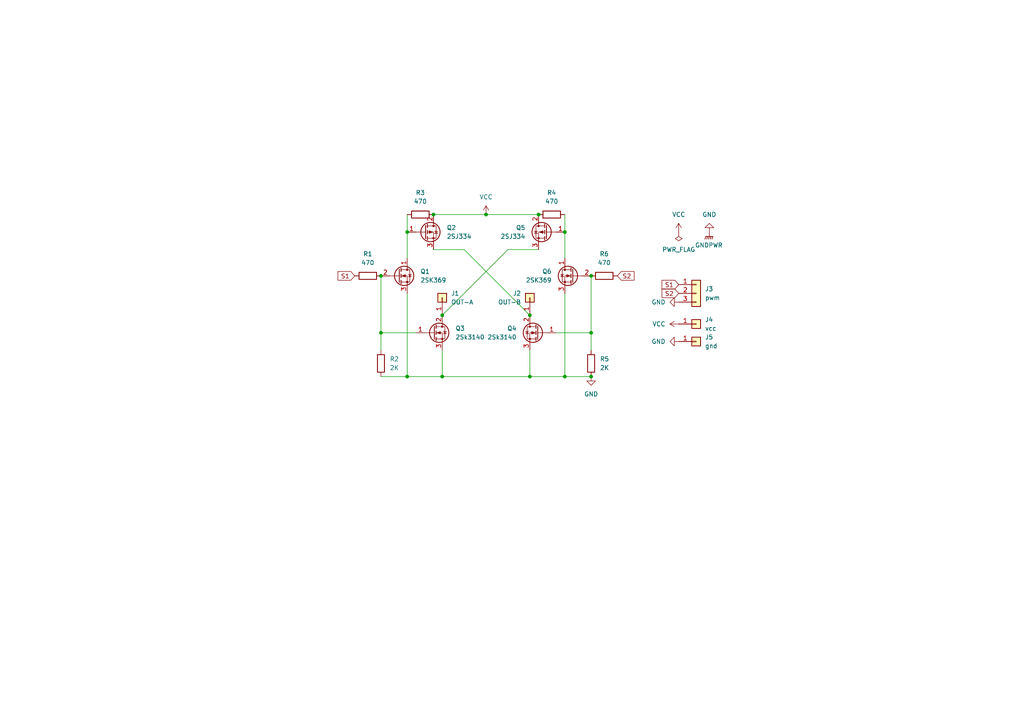
<source format=kicad_sch>
(kicad_sch (version 20230121) (generator eeschema)

  (uuid 26f38bee-0abb-43e8-b87b-f6522f909d6a)

  (paper "A4")

  (lib_symbols
    (symbol "Connector_Generic:Conn_01x01" (pin_names (offset 1.016) hide) (in_bom yes) (on_board yes)
      (property "Reference" "J" (at 0 2.54 0)
        (effects (font (size 1.27 1.27)))
      )
      (property "Value" "Conn_01x01" (at 0 -2.54 0)
        (effects (font (size 1.27 1.27)))
      )
      (property "Footprint" "" (at 0 0 0)
        (effects (font (size 1.27 1.27)) hide)
      )
      (property "Datasheet" "~" (at 0 0 0)
        (effects (font (size 1.27 1.27)) hide)
      )
      (property "ki_keywords" "connector" (at 0 0 0)
        (effects (font (size 1.27 1.27)) hide)
      )
      (property "ki_description" "Generic connector, single row, 01x01, script generated (kicad-library-utils/schlib/autogen/connector/)" (at 0 0 0)
        (effects (font (size 1.27 1.27)) hide)
      )
      (property "ki_fp_filters" "Connector*:*_1x??_*" (at 0 0 0)
        (effects (font (size 1.27 1.27)) hide)
      )
      (symbol "Conn_01x01_1_1"
        (rectangle (start -1.27 0.127) (end 0 -0.127)
          (stroke (width 0.1524) (type default))
          (fill (type none))
        )
        (rectangle (start -1.27 1.27) (end 1.27 -1.27)
          (stroke (width 0.254) (type default))
          (fill (type background))
        )
        (pin passive line (at -5.08 0 0) (length 3.81)
          (name "Pin_1" (effects (font (size 1.27 1.27))))
          (number "1" (effects (font (size 1.27 1.27))))
        )
      )
    )
    (symbol "Connector_Generic:Conn_01x03" (pin_names (offset 1.016) hide) (in_bom yes) (on_board yes)
      (property "Reference" "J" (at 0 5.08 0)
        (effects (font (size 1.27 1.27)))
      )
      (property "Value" "Conn_01x03" (at 0 -5.08 0)
        (effects (font (size 1.27 1.27)))
      )
      (property "Footprint" "" (at 0 0 0)
        (effects (font (size 1.27 1.27)) hide)
      )
      (property "Datasheet" "~" (at 0 0 0)
        (effects (font (size 1.27 1.27)) hide)
      )
      (property "ki_keywords" "connector" (at 0 0 0)
        (effects (font (size 1.27 1.27)) hide)
      )
      (property "ki_description" "Generic connector, single row, 01x03, script generated (kicad-library-utils/schlib/autogen/connector/)" (at 0 0 0)
        (effects (font (size 1.27 1.27)) hide)
      )
      (property "ki_fp_filters" "Connector*:*_1x??_*" (at 0 0 0)
        (effects (font (size 1.27 1.27)) hide)
      )
      (symbol "Conn_01x03_1_1"
        (rectangle (start -1.27 -2.413) (end 0 -2.667)
          (stroke (width 0.1524) (type default))
          (fill (type none))
        )
        (rectangle (start -1.27 0.127) (end 0 -0.127)
          (stroke (width 0.1524) (type default))
          (fill (type none))
        )
        (rectangle (start -1.27 2.667) (end 0 2.413)
          (stroke (width 0.1524) (type default))
          (fill (type none))
        )
        (rectangle (start -1.27 3.81) (end 1.27 -3.81)
          (stroke (width 0.254) (type default))
          (fill (type background))
        )
        (pin passive line (at -5.08 2.54 0) (length 3.81)
          (name "Pin_1" (effects (font (size 1.27 1.27))))
          (number "1" (effects (font (size 1.27 1.27))))
        )
        (pin passive line (at -5.08 0 0) (length 3.81)
          (name "Pin_2" (effects (font (size 1.27 1.27))))
          (number "2" (effects (font (size 1.27 1.27))))
        )
        (pin passive line (at -5.08 -2.54 0) (length 3.81)
          (name "Pin_3" (effects (font (size 1.27 1.27))))
          (number "3" (effects (font (size 1.27 1.27))))
        )
      )
    )
    (symbol "Device:Q_NMOS_DGS" (pin_names (offset 0) hide) (in_bom yes) (on_board yes)
      (property "Reference" "Q" (at 5.08 1.27 0)
        (effects (font (size 1.27 1.27)) (justify left))
      )
      (property "Value" "Q_NMOS_DGS" (at 5.08 -1.27 0)
        (effects (font (size 1.27 1.27)) (justify left))
      )
      (property "Footprint" "" (at 5.08 2.54 0)
        (effects (font (size 1.27 1.27)) hide)
      )
      (property "Datasheet" "~" (at 0 0 0)
        (effects (font (size 1.27 1.27)) hide)
      )
      (property "ki_keywords" "transistor NMOS N-MOS N-MOSFET" (at 0 0 0)
        (effects (font (size 1.27 1.27)) hide)
      )
      (property "ki_description" "N-MOSFET transistor, drain/gate/source" (at 0 0 0)
        (effects (font (size 1.27 1.27)) hide)
      )
      (symbol "Q_NMOS_DGS_0_1"
        (polyline
          (pts
            (xy 0.254 0)
            (xy -2.54 0)
          )
          (stroke (width 0) (type default))
          (fill (type none))
        )
        (polyline
          (pts
            (xy 0.254 1.905)
            (xy 0.254 -1.905)
          )
          (stroke (width 0.254) (type default))
          (fill (type none))
        )
        (polyline
          (pts
            (xy 0.762 -1.27)
            (xy 0.762 -2.286)
          )
          (stroke (width 0.254) (type default))
          (fill (type none))
        )
        (polyline
          (pts
            (xy 0.762 0.508)
            (xy 0.762 -0.508)
          )
          (stroke (width 0.254) (type default))
          (fill (type none))
        )
        (polyline
          (pts
            (xy 0.762 2.286)
            (xy 0.762 1.27)
          )
          (stroke (width 0.254) (type default))
          (fill (type none))
        )
        (polyline
          (pts
            (xy 2.54 2.54)
            (xy 2.54 1.778)
          )
          (stroke (width 0) (type default))
          (fill (type none))
        )
        (polyline
          (pts
            (xy 2.54 -2.54)
            (xy 2.54 0)
            (xy 0.762 0)
          )
          (stroke (width 0) (type default))
          (fill (type none))
        )
        (polyline
          (pts
            (xy 0.762 -1.778)
            (xy 3.302 -1.778)
            (xy 3.302 1.778)
            (xy 0.762 1.778)
          )
          (stroke (width 0) (type default))
          (fill (type none))
        )
        (polyline
          (pts
            (xy 1.016 0)
            (xy 2.032 0.381)
            (xy 2.032 -0.381)
            (xy 1.016 0)
          )
          (stroke (width 0) (type default))
          (fill (type outline))
        )
        (polyline
          (pts
            (xy 2.794 0.508)
            (xy 2.921 0.381)
            (xy 3.683 0.381)
            (xy 3.81 0.254)
          )
          (stroke (width 0) (type default))
          (fill (type none))
        )
        (polyline
          (pts
            (xy 3.302 0.381)
            (xy 2.921 -0.254)
            (xy 3.683 -0.254)
            (xy 3.302 0.381)
          )
          (stroke (width 0) (type default))
          (fill (type none))
        )
        (circle (center 1.651 0) (radius 2.794)
          (stroke (width 0.254) (type default))
          (fill (type none))
        )
        (circle (center 2.54 -1.778) (radius 0.254)
          (stroke (width 0) (type default))
          (fill (type outline))
        )
        (circle (center 2.54 1.778) (radius 0.254)
          (stroke (width 0) (type default))
          (fill (type outline))
        )
      )
      (symbol "Q_NMOS_DGS_1_1"
        (pin passive line (at 2.54 5.08 270) (length 2.54)
          (name "D" (effects (font (size 1.27 1.27))))
          (number "1" (effects (font (size 1.27 1.27))))
        )
        (pin input line (at -5.08 0 0) (length 2.54)
          (name "G" (effects (font (size 1.27 1.27))))
          (number "2" (effects (font (size 1.27 1.27))))
        )
        (pin passive line (at 2.54 -5.08 90) (length 2.54)
          (name "S" (effects (font (size 1.27 1.27))))
          (number "3" (effects (font (size 1.27 1.27))))
        )
      )
    )
    (symbol "Device:Q_NMOS_GDS" (pin_names (offset 0) hide) (in_bom yes) (on_board yes)
      (property "Reference" "Q" (at 5.08 1.27 0)
        (effects (font (size 1.27 1.27)) (justify left))
      )
      (property "Value" "Q_NMOS_GDS" (at 5.08 -1.27 0)
        (effects (font (size 1.27 1.27)) (justify left))
      )
      (property "Footprint" "" (at 5.08 2.54 0)
        (effects (font (size 1.27 1.27)) hide)
      )
      (property "Datasheet" "~" (at 0 0 0)
        (effects (font (size 1.27 1.27)) hide)
      )
      (property "ki_keywords" "transistor NMOS N-MOS N-MOSFET" (at 0 0 0)
        (effects (font (size 1.27 1.27)) hide)
      )
      (property "ki_description" "N-MOSFET transistor, gate/drain/source" (at 0 0 0)
        (effects (font (size 1.27 1.27)) hide)
      )
      (symbol "Q_NMOS_GDS_0_1"
        (polyline
          (pts
            (xy 0.254 0)
            (xy -2.54 0)
          )
          (stroke (width 0) (type default))
          (fill (type none))
        )
        (polyline
          (pts
            (xy 0.254 1.905)
            (xy 0.254 -1.905)
          )
          (stroke (width 0.254) (type default))
          (fill (type none))
        )
        (polyline
          (pts
            (xy 0.762 -1.27)
            (xy 0.762 -2.286)
          )
          (stroke (width 0.254) (type default))
          (fill (type none))
        )
        (polyline
          (pts
            (xy 0.762 0.508)
            (xy 0.762 -0.508)
          )
          (stroke (width 0.254) (type default))
          (fill (type none))
        )
        (polyline
          (pts
            (xy 0.762 2.286)
            (xy 0.762 1.27)
          )
          (stroke (width 0.254) (type default))
          (fill (type none))
        )
        (polyline
          (pts
            (xy 2.54 2.54)
            (xy 2.54 1.778)
          )
          (stroke (width 0) (type default))
          (fill (type none))
        )
        (polyline
          (pts
            (xy 2.54 -2.54)
            (xy 2.54 0)
            (xy 0.762 0)
          )
          (stroke (width 0) (type default))
          (fill (type none))
        )
        (polyline
          (pts
            (xy 0.762 -1.778)
            (xy 3.302 -1.778)
            (xy 3.302 1.778)
            (xy 0.762 1.778)
          )
          (stroke (width 0) (type default))
          (fill (type none))
        )
        (polyline
          (pts
            (xy 1.016 0)
            (xy 2.032 0.381)
            (xy 2.032 -0.381)
            (xy 1.016 0)
          )
          (stroke (width 0) (type default))
          (fill (type outline))
        )
        (polyline
          (pts
            (xy 2.794 0.508)
            (xy 2.921 0.381)
            (xy 3.683 0.381)
            (xy 3.81 0.254)
          )
          (stroke (width 0) (type default))
          (fill (type none))
        )
        (polyline
          (pts
            (xy 3.302 0.381)
            (xy 2.921 -0.254)
            (xy 3.683 -0.254)
            (xy 3.302 0.381)
          )
          (stroke (width 0) (type default))
          (fill (type none))
        )
        (circle (center 1.651 0) (radius 2.794)
          (stroke (width 0.254) (type default))
          (fill (type none))
        )
        (circle (center 2.54 -1.778) (radius 0.254)
          (stroke (width 0) (type default))
          (fill (type outline))
        )
        (circle (center 2.54 1.778) (radius 0.254)
          (stroke (width 0) (type default))
          (fill (type outline))
        )
      )
      (symbol "Q_NMOS_GDS_1_1"
        (pin input line (at -5.08 0 0) (length 2.54)
          (name "G" (effects (font (size 1.27 1.27))))
          (number "1" (effects (font (size 1.27 1.27))))
        )
        (pin passive line (at 2.54 5.08 270) (length 2.54)
          (name "D" (effects (font (size 1.27 1.27))))
          (number "2" (effects (font (size 1.27 1.27))))
        )
        (pin passive line (at 2.54 -5.08 90) (length 2.54)
          (name "S" (effects (font (size 1.27 1.27))))
          (number "3" (effects (font (size 1.27 1.27))))
        )
      )
    )
    (symbol "Device:Q_PMOS_GDS" (pin_names (offset 0) hide) (in_bom yes) (on_board yes)
      (property "Reference" "Q" (at 5.08 1.27 0)
        (effects (font (size 1.27 1.27)) (justify left))
      )
      (property "Value" "Q_PMOS_GDS" (at 5.08 -1.27 0)
        (effects (font (size 1.27 1.27)) (justify left))
      )
      (property "Footprint" "" (at 5.08 2.54 0)
        (effects (font (size 1.27 1.27)) hide)
      )
      (property "Datasheet" "~" (at 0 0 0)
        (effects (font (size 1.27 1.27)) hide)
      )
      (property "ki_keywords" "transistor PMOS P-MOS P-MOSFET" (at 0 0 0)
        (effects (font (size 1.27 1.27)) hide)
      )
      (property "ki_description" "P-MOSFET transistor, gate/drain/source" (at 0 0 0)
        (effects (font (size 1.27 1.27)) hide)
      )
      (symbol "Q_PMOS_GDS_0_1"
        (polyline
          (pts
            (xy 0.254 0)
            (xy -2.54 0)
          )
          (stroke (width 0) (type default))
          (fill (type none))
        )
        (polyline
          (pts
            (xy 0.254 1.905)
            (xy 0.254 -1.905)
          )
          (stroke (width 0.254) (type default))
          (fill (type none))
        )
        (polyline
          (pts
            (xy 0.762 -1.27)
            (xy 0.762 -2.286)
          )
          (stroke (width 0.254) (type default))
          (fill (type none))
        )
        (polyline
          (pts
            (xy 0.762 0.508)
            (xy 0.762 -0.508)
          )
          (stroke (width 0.254) (type default))
          (fill (type none))
        )
        (polyline
          (pts
            (xy 0.762 2.286)
            (xy 0.762 1.27)
          )
          (stroke (width 0.254) (type default))
          (fill (type none))
        )
        (polyline
          (pts
            (xy 2.54 2.54)
            (xy 2.54 1.778)
          )
          (stroke (width 0) (type default))
          (fill (type none))
        )
        (polyline
          (pts
            (xy 2.54 -2.54)
            (xy 2.54 0)
            (xy 0.762 0)
          )
          (stroke (width 0) (type default))
          (fill (type none))
        )
        (polyline
          (pts
            (xy 0.762 1.778)
            (xy 3.302 1.778)
            (xy 3.302 -1.778)
            (xy 0.762 -1.778)
          )
          (stroke (width 0) (type default))
          (fill (type none))
        )
        (polyline
          (pts
            (xy 2.286 0)
            (xy 1.27 0.381)
            (xy 1.27 -0.381)
            (xy 2.286 0)
          )
          (stroke (width 0) (type default))
          (fill (type outline))
        )
        (polyline
          (pts
            (xy 2.794 -0.508)
            (xy 2.921 -0.381)
            (xy 3.683 -0.381)
            (xy 3.81 -0.254)
          )
          (stroke (width 0) (type default))
          (fill (type none))
        )
        (polyline
          (pts
            (xy 3.302 -0.381)
            (xy 2.921 0.254)
            (xy 3.683 0.254)
            (xy 3.302 -0.381)
          )
          (stroke (width 0) (type default))
          (fill (type none))
        )
        (circle (center 1.651 0) (radius 2.794)
          (stroke (width 0.254) (type default))
          (fill (type none))
        )
        (circle (center 2.54 -1.778) (radius 0.254)
          (stroke (width 0) (type default))
          (fill (type outline))
        )
        (circle (center 2.54 1.778) (radius 0.254)
          (stroke (width 0) (type default))
          (fill (type outline))
        )
      )
      (symbol "Q_PMOS_GDS_1_1"
        (pin input line (at -5.08 0 0) (length 2.54)
          (name "G" (effects (font (size 1.27 1.27))))
          (number "1" (effects (font (size 1.27 1.27))))
        )
        (pin passive line (at 2.54 5.08 270) (length 2.54)
          (name "D" (effects (font (size 1.27 1.27))))
          (number "2" (effects (font (size 1.27 1.27))))
        )
        (pin passive line (at 2.54 -5.08 90) (length 2.54)
          (name "S" (effects (font (size 1.27 1.27))))
          (number "3" (effects (font (size 1.27 1.27))))
        )
      )
    )
    (symbol "Device:R" (pin_numbers hide) (pin_names (offset 0)) (in_bom yes) (on_board yes)
      (property "Reference" "R" (at 2.032 0 90)
        (effects (font (size 1.27 1.27)))
      )
      (property "Value" "R" (at 0 0 90)
        (effects (font (size 1.27 1.27)))
      )
      (property "Footprint" "" (at -1.778 0 90)
        (effects (font (size 1.27 1.27)) hide)
      )
      (property "Datasheet" "~" (at 0 0 0)
        (effects (font (size 1.27 1.27)) hide)
      )
      (property "ki_keywords" "R res resistor" (at 0 0 0)
        (effects (font (size 1.27 1.27)) hide)
      )
      (property "ki_description" "Resistor" (at 0 0 0)
        (effects (font (size 1.27 1.27)) hide)
      )
      (property "ki_fp_filters" "R_*" (at 0 0 0)
        (effects (font (size 1.27 1.27)) hide)
      )
      (symbol "R_0_1"
        (rectangle (start -1.016 -2.54) (end 1.016 2.54)
          (stroke (width 0.254) (type default))
          (fill (type none))
        )
      )
      (symbol "R_1_1"
        (pin passive line (at 0 3.81 270) (length 1.27)
          (name "~" (effects (font (size 1.27 1.27))))
          (number "1" (effects (font (size 1.27 1.27))))
        )
        (pin passive line (at 0 -3.81 90) (length 1.27)
          (name "~" (effects (font (size 1.27 1.27))))
          (number "2" (effects (font (size 1.27 1.27))))
        )
      )
    )
    (symbol "power:GND" (power) (pin_names (offset 0)) (in_bom yes) (on_board yes)
      (property "Reference" "#PWR" (at 0 -6.35 0)
        (effects (font (size 1.27 1.27)) hide)
      )
      (property "Value" "GND" (at 0 -3.81 0)
        (effects (font (size 1.27 1.27)))
      )
      (property "Footprint" "" (at 0 0 0)
        (effects (font (size 1.27 1.27)) hide)
      )
      (property "Datasheet" "" (at 0 0 0)
        (effects (font (size 1.27 1.27)) hide)
      )
      (property "ki_keywords" "global power" (at 0 0 0)
        (effects (font (size 1.27 1.27)) hide)
      )
      (property "ki_description" "Power symbol creates a global label with name \"GND\" , ground" (at 0 0 0)
        (effects (font (size 1.27 1.27)) hide)
      )
      (symbol "GND_0_1"
        (polyline
          (pts
            (xy 0 0)
            (xy 0 -1.27)
            (xy 1.27 -1.27)
            (xy 0 -2.54)
            (xy -1.27 -1.27)
            (xy 0 -1.27)
          )
          (stroke (width 0) (type default))
          (fill (type none))
        )
      )
      (symbol "GND_1_1"
        (pin power_in line (at 0 0 270) (length 0) hide
          (name "GND" (effects (font (size 1.27 1.27))))
          (number "1" (effects (font (size 1.27 1.27))))
        )
      )
    )
    (symbol "power:GNDPWR" (power) (pin_names (offset 0)) (in_bom yes) (on_board yes)
      (property "Reference" "#PWR" (at 0 -5.08 0)
        (effects (font (size 1.27 1.27)) hide)
      )
      (property "Value" "GNDPWR" (at 0 -3.302 0)
        (effects (font (size 1.27 1.27)))
      )
      (property "Footprint" "" (at 0 -1.27 0)
        (effects (font (size 1.27 1.27)) hide)
      )
      (property "Datasheet" "" (at 0 -1.27 0)
        (effects (font (size 1.27 1.27)) hide)
      )
      (property "ki_keywords" "global ground" (at 0 0 0)
        (effects (font (size 1.27 1.27)) hide)
      )
      (property "ki_description" "Power symbol creates a global label with name \"GNDPWR\" , global ground" (at 0 0 0)
        (effects (font (size 1.27 1.27)) hide)
      )
      (symbol "GNDPWR_0_1"
        (polyline
          (pts
            (xy 0 -1.27)
            (xy 0 0)
          )
          (stroke (width 0) (type default))
          (fill (type none))
        )
        (polyline
          (pts
            (xy -1.016 -1.27)
            (xy -1.27 -2.032)
            (xy -1.27 -2.032)
          )
          (stroke (width 0.2032) (type default))
          (fill (type none))
        )
        (polyline
          (pts
            (xy -0.508 -1.27)
            (xy -0.762 -2.032)
            (xy -0.762 -2.032)
          )
          (stroke (width 0.2032) (type default))
          (fill (type none))
        )
        (polyline
          (pts
            (xy 0 -1.27)
            (xy -0.254 -2.032)
            (xy -0.254 -2.032)
          )
          (stroke (width 0.2032) (type default))
          (fill (type none))
        )
        (polyline
          (pts
            (xy 0.508 -1.27)
            (xy 0.254 -2.032)
            (xy 0.254 -2.032)
          )
          (stroke (width 0.2032) (type default))
          (fill (type none))
        )
        (polyline
          (pts
            (xy 1.016 -1.27)
            (xy -1.016 -1.27)
            (xy -1.016 -1.27)
          )
          (stroke (width 0.2032) (type default))
          (fill (type none))
        )
        (polyline
          (pts
            (xy 1.016 -1.27)
            (xy 0.762 -2.032)
            (xy 0.762 -2.032)
            (xy 0.762 -2.032)
          )
          (stroke (width 0.2032) (type default))
          (fill (type none))
        )
      )
      (symbol "GNDPWR_1_1"
        (pin power_in line (at 0 0 270) (length 0) hide
          (name "GNDPWR" (effects (font (size 1.27 1.27))))
          (number "1" (effects (font (size 1.27 1.27))))
        )
      )
    )
    (symbol "power:PWR_FLAG" (power) (pin_numbers hide) (pin_names (offset 0) hide) (in_bom yes) (on_board yes)
      (property "Reference" "#FLG" (at 0 1.905 0)
        (effects (font (size 1.27 1.27)) hide)
      )
      (property "Value" "PWR_FLAG" (at 0 3.81 0)
        (effects (font (size 1.27 1.27)))
      )
      (property "Footprint" "" (at 0 0 0)
        (effects (font (size 1.27 1.27)) hide)
      )
      (property "Datasheet" "~" (at 0 0 0)
        (effects (font (size 1.27 1.27)) hide)
      )
      (property "ki_keywords" "flag power" (at 0 0 0)
        (effects (font (size 1.27 1.27)) hide)
      )
      (property "ki_description" "Special symbol for telling ERC where power comes from" (at 0 0 0)
        (effects (font (size 1.27 1.27)) hide)
      )
      (symbol "PWR_FLAG_0_0"
        (pin power_out line (at 0 0 90) (length 0)
          (name "pwr" (effects (font (size 1.27 1.27))))
          (number "1" (effects (font (size 1.27 1.27))))
        )
      )
      (symbol "PWR_FLAG_0_1"
        (polyline
          (pts
            (xy 0 0)
            (xy 0 1.27)
            (xy -1.016 1.905)
            (xy 0 2.54)
            (xy 1.016 1.905)
            (xy 0 1.27)
          )
          (stroke (width 0) (type default))
          (fill (type none))
        )
      )
    )
    (symbol "power:VCC" (power) (pin_names (offset 0)) (in_bom yes) (on_board yes)
      (property "Reference" "#PWR" (at 0 -3.81 0)
        (effects (font (size 1.27 1.27)) hide)
      )
      (property "Value" "VCC" (at 0 3.81 0)
        (effects (font (size 1.27 1.27)))
      )
      (property "Footprint" "" (at 0 0 0)
        (effects (font (size 1.27 1.27)) hide)
      )
      (property "Datasheet" "" (at 0 0 0)
        (effects (font (size 1.27 1.27)) hide)
      )
      (property "ki_keywords" "global power" (at 0 0 0)
        (effects (font (size 1.27 1.27)) hide)
      )
      (property "ki_description" "Power symbol creates a global label with name \"VCC\"" (at 0 0 0)
        (effects (font (size 1.27 1.27)) hide)
      )
      (symbol "VCC_0_1"
        (polyline
          (pts
            (xy -0.762 1.27)
            (xy 0 2.54)
          )
          (stroke (width 0) (type default))
          (fill (type none))
        )
        (polyline
          (pts
            (xy 0 0)
            (xy 0 2.54)
          )
          (stroke (width 0) (type default))
          (fill (type none))
        )
        (polyline
          (pts
            (xy 0 2.54)
            (xy 0.762 1.27)
          )
          (stroke (width 0) (type default))
          (fill (type none))
        )
      )
      (symbol "VCC_1_1"
        (pin power_in line (at 0 0 90) (length 0) hide
          (name "VCC" (effects (font (size 1.27 1.27))))
          (number "1" (effects (font (size 1.27 1.27))))
        )
      )
    )
  )

  (junction (at 128.27 91.44) (diameter 0) (color 0 0 0 0)
    (uuid 2aadb4c0-49a6-470d-ae77-852de285f305)
  )
  (junction (at 163.83 109.22) (diameter 0) (color 0 0 0 0)
    (uuid 2bd1ba3a-f831-4c63-b14a-30ab0975e17b)
  )
  (junction (at 153.67 109.22) (diameter 0) (color 0 0 0 0)
    (uuid 3400a75f-a89c-4bca-a76c-f0f9ea025096)
  )
  (junction (at 140.97 62.23) (diameter 0) (color 0 0 0 0)
    (uuid 4441054c-cae3-438d-b35e-08ec1c61d3d4)
  )
  (junction (at 171.45 80.01) (diameter 0) (color 0 0 0 0)
    (uuid 502449c2-8f64-43d2-afb1-c8e142c93213)
  )
  (junction (at 171.45 109.22) (diameter 0) (color 0 0 0 0)
    (uuid 54d66cc5-72b9-48e0-934b-a57273c9db5b)
  )
  (junction (at 171.45 96.52) (diameter 0) (color 0 0 0 0)
    (uuid 593550fb-5038-4dd2-b97a-d9f29d3984df)
  )
  (junction (at 128.27 109.22) (diameter 0) (color 0 0 0 0)
    (uuid 9419a9c1-b2f9-4d17-94ec-7dd1c4fac6b3)
  )
  (junction (at 153.67 91.44) (diameter 0) (color 0 0 0 0)
    (uuid a1ba14e7-8147-4a04-a991-a95a6fd13e13)
  )
  (junction (at 110.49 96.52) (diameter 0) (color 0 0 0 0)
    (uuid b5a2e777-b4a9-4287-a617-10fcf51ff6f7)
  )
  (junction (at 118.11 109.22) (diameter 0) (color 0 0 0 0)
    (uuid b71c4955-d0cf-4232-a34b-2975307c5c92)
  )
  (junction (at 125.73 62.23) (diameter 0) (color 0 0 0 0)
    (uuid ce4d28bc-bce7-48fc-a659-032c7f0aa08f)
  )
  (junction (at 163.83 67.31) (diameter 0) (color 0 0 0 0)
    (uuid d0abe105-dc80-42f1-a4b4-fa88bbf25301)
  )
  (junction (at 156.21 62.23) (diameter 0) (color 0 0 0 0)
    (uuid e679a6d3-0921-4560-9f47-6a615c889c6f)
  )
  (junction (at 118.11 67.31) (diameter 0) (color 0 0 0 0)
    (uuid ece5ec63-c436-4f20-ac1f-f81a245cc68e)
  )
  (junction (at 110.49 80.01) (diameter 0) (color 0 0 0 0)
    (uuid f4e18a20-7228-44e0-b1a7-1e7c45789f26)
  )

  (wire (pts (xy 147.32 72.39) (xy 128.27 91.44))
    (stroke (width 0) (type default))
    (uuid 013cb8cf-53e1-4954-9c31-804119a6c786)
  )
  (wire (pts (xy 118.11 67.31) (xy 118.11 74.93))
    (stroke (width 0) (type default))
    (uuid 05db6050-e0bd-4046-b22f-bd62e18a8c51)
  )
  (wire (pts (xy 110.49 96.52) (xy 110.49 101.6))
    (stroke (width 0) (type default))
    (uuid 0987a31f-9a06-42c0-baf8-7c01a3bcd3fb)
  )
  (wire (pts (xy 110.49 109.22) (xy 118.11 109.22))
    (stroke (width 0) (type default))
    (uuid 11222cc5-20e6-4b78-834e-abf6d1cb21c6)
  )
  (wire (pts (xy 161.29 96.52) (xy 171.45 96.52))
    (stroke (width 0) (type default))
    (uuid 14a2fc27-c408-4b43-97cc-fbe107282e20)
  )
  (wire (pts (xy 163.83 85.09) (xy 163.83 109.22))
    (stroke (width 0) (type default))
    (uuid 187ec616-b567-4f2d-b174-dc66eff003f9)
  )
  (wire (pts (xy 118.11 109.22) (xy 128.27 109.22))
    (stroke (width 0) (type default))
    (uuid 1e122772-93f4-4467-92ed-281163e1df7d)
  )
  (wire (pts (xy 171.45 80.01) (xy 171.45 96.52))
    (stroke (width 0) (type default))
    (uuid 3a93f570-f3ef-4959-99d9-24401845977c)
  )
  (wire (pts (xy 163.83 62.23) (xy 163.83 67.31))
    (stroke (width 0) (type default))
    (uuid 45415097-655a-4057-9a75-008bbb922ad0)
  )
  (wire (pts (xy 163.83 109.22) (xy 171.45 109.22))
    (stroke (width 0) (type default))
    (uuid 47a9cda3-c8a0-4b33-a10d-4aeff27b24cd)
  )
  (wire (pts (xy 128.27 109.22) (xy 153.67 109.22))
    (stroke (width 0) (type default))
    (uuid 4a5a6388-2392-46da-ab48-13c04757c728)
  )
  (wire (pts (xy 110.49 80.01) (xy 110.49 96.52))
    (stroke (width 0) (type default))
    (uuid 4c0bbfb3-5489-4870-a911-d3e2ab8055a7)
  )
  (wire (pts (xy 134.62 72.39) (xy 153.67 91.44))
    (stroke (width 0) (type default))
    (uuid 54699023-90cc-4f90-aeb1-34b75fe7802d)
  )
  (wire (pts (xy 118.11 62.23) (xy 118.11 67.31))
    (stroke (width 0) (type default))
    (uuid 56265ceb-5bda-4c11-a4ba-42f1dea1823b)
  )
  (wire (pts (xy 125.73 72.39) (xy 134.62 72.39))
    (stroke (width 0) (type default))
    (uuid 57a26917-47d6-4246-a2ff-942067a3f0ae)
  )
  (wire (pts (xy 128.27 101.6) (xy 128.27 109.22))
    (stroke (width 0) (type default))
    (uuid 58a8da55-335b-4af8-ac35-13f09ab1c350)
  )
  (wire (pts (xy 163.83 67.31) (xy 163.83 74.93))
    (stroke (width 0) (type default))
    (uuid 5a9a0917-f10e-406a-8ab5-b3cfd5e0ed81)
  )
  (wire (pts (xy 156.21 72.39) (xy 147.32 72.39))
    (stroke (width 0) (type default))
    (uuid 5d0a293a-202d-4719-96f8-cbf2c2bd5312)
  )
  (wire (pts (xy 153.67 109.22) (xy 163.83 109.22))
    (stroke (width 0) (type default))
    (uuid 9354e894-ccbf-4473-b7fa-13dfbd904986)
  )
  (wire (pts (xy 140.97 62.23) (xy 156.21 62.23))
    (stroke (width 0) (type default))
    (uuid 9ae6bfd3-1561-420f-8798-14dc001ab976)
  )
  (wire (pts (xy 125.73 62.23) (xy 140.97 62.23))
    (stroke (width 0) (type default))
    (uuid 9ca0ecaa-d4e1-465b-94cd-f7370e247f54)
  )
  (wire (pts (xy 153.67 101.6) (xy 153.67 109.22))
    (stroke (width 0) (type default))
    (uuid a3900f2c-2949-40ac-8fac-9a0417ff2c3b)
  )
  (wire (pts (xy 110.49 96.52) (xy 120.65 96.52))
    (stroke (width 0) (type default))
    (uuid be9dc38a-e924-4077-a7d5-ca9f7c5157da)
  )
  (wire (pts (xy 118.11 85.09) (xy 118.11 109.22))
    (stroke (width 0) (type default))
    (uuid d701a91b-87cb-4194-9b17-0d6a32a220fe)
  )
  (wire (pts (xy 171.45 96.52) (xy 171.45 101.6))
    (stroke (width 0) (type default))
    (uuid f55e3849-5998-45b6-abab-05c10323b8aa)
  )

  (global_label "S2" (shape input) (at 179.07 80.01 0) (fields_autoplaced)
    (effects (font (size 1.27 1.27)) (justify left))
    (uuid 0fca0c27-b10b-4bd2-b902-7ec7fbc7bcb1)
    (property "Intersheetrefs" "${INTERSHEET_REFS}" (at 184.4742 80.01 0)
      (effects (font (size 1.27 1.27)) (justify left) hide)
    )
  )
  (global_label "S1" (shape input) (at 102.87 80.01 180) (fields_autoplaced)
    (effects (font (size 1.27 1.27)) (justify right))
    (uuid 990e25d8-eafc-4eab-90e4-2e60ede25634)
    (property "Intersheetrefs" "${INTERSHEET_REFS}" (at 97.4658 80.01 0)
      (effects (font (size 1.27 1.27)) (justify right) hide)
    )
  )
  (global_label "S2" (shape input) (at 196.85 85.09 180) (fields_autoplaced)
    (effects (font (size 1.27 1.27)) (justify right))
    (uuid c56e5fef-700a-41b2-9a05-7b8dcd76b397)
    (property "Intersheetrefs" "${INTERSHEET_REFS}" (at 191.4458 85.09 0)
      (effects (font (size 1.27 1.27)) (justify right) hide)
    )
  )
  (global_label "S1" (shape input) (at 196.85 82.55 180) (fields_autoplaced)
    (effects (font (size 1.27 1.27)) (justify right))
    (uuid e1a899a4-5f04-486e-9dc3-aa7d9cc2f29b)
    (property "Intersheetrefs" "${INTERSHEET_REFS}" (at 191.4458 82.55 0)
      (effects (font (size 1.27 1.27)) (justify right) hide)
    )
  )

  (symbol (lib_id "Device:R") (at 175.26 80.01 90) (unit 1)
    (in_bom yes) (on_board yes) (dnp no) (fields_autoplaced)
    (uuid 0241c8f7-50f1-4756-943c-2317c6139501)
    (property "Reference" "R6" (at 175.26 73.66 90)
      (effects (font (size 1.27 1.27)))
    )
    (property "Value" "470" (at 175.26 76.2 90)
      (effects (font (size 1.27 1.27)))
    )
    (property "Footprint" "Resistor_THT:R_Axial_DIN0207_L6.3mm_D2.5mm_P10.16mm_Horizontal" (at 175.26 81.788 90)
      (effects (font (size 1.27 1.27)) hide)
    )
    (property "Datasheet" "~" (at 175.26 80.01 0)
      (effects (font (size 1.27 1.27)) hide)
    )
    (pin "1" (uuid 7f5d691b-99a5-4144-a651-ee6ec3ce896e))
    (pin "2" (uuid 397ca741-b8b6-479d-a113-a6a6ac7899df))
    (instances
      (project "MDD_test"
        (path "/26f38bee-0abb-43e8-b87b-f6522f909d6a"
          (reference "R6") (unit 1)
        )
      )
    )
  )

  (symbol (lib_id "power:VCC") (at 196.85 67.31 0) (unit 1)
    (in_bom yes) (on_board yes) (dnp no) (fields_autoplaced)
    (uuid 11bb4bbb-cc75-41ea-9ecb-75096cdb47bd)
    (property "Reference" "#PWR03" (at 196.85 71.12 0)
      (effects (font (size 1.27 1.27)) hide)
    )
    (property "Value" "VCC" (at 196.85 62.23 0)
      (effects (font (size 1.27 1.27)))
    )
    (property "Footprint" "" (at 196.85 67.31 0)
      (effects (font (size 1.27 1.27)) hide)
    )
    (property "Datasheet" "" (at 196.85 67.31 0)
      (effects (font (size 1.27 1.27)) hide)
    )
    (pin "1" (uuid cc841fd4-3b8a-40bf-8101-9feb6f9d8e14))
    (instances
      (project "MDD_test"
        (path "/26f38bee-0abb-43e8-b87b-f6522f909d6a"
          (reference "#PWR03") (unit 1)
        )
      )
    )
  )

  (symbol (lib_id "Device:R") (at 121.92 62.23 90) (unit 1)
    (in_bom yes) (on_board yes) (dnp no) (fields_autoplaced)
    (uuid 1aa5a46f-8fab-44c7-bbaf-2484dd96103a)
    (property "Reference" "R3" (at 121.92 55.88 90)
      (effects (font (size 1.27 1.27)))
    )
    (property "Value" "470" (at 121.92 58.42 90)
      (effects (font (size 1.27 1.27)))
    )
    (property "Footprint" "Resistor_THT:R_Axial_DIN0207_L6.3mm_D2.5mm_P10.16mm_Horizontal" (at 121.92 64.008 90)
      (effects (font (size 1.27 1.27)) hide)
    )
    (property "Datasheet" "~" (at 121.92 62.23 0)
      (effects (font (size 1.27 1.27)) hide)
    )
    (pin "1" (uuid 8850d4ce-8653-41b3-b4b5-4bacd2a39cf4))
    (pin "2" (uuid bfdca9b3-e8cd-43df-a954-9ea821758612))
    (instances
      (project "MDD_test"
        (path "/26f38bee-0abb-43e8-b87b-f6522f909d6a"
          (reference "R3") (unit 1)
        )
      )
    )
  )

  (symbol (lib_id "Device:Q_NMOS_GDS") (at 156.21 96.52 0) (mirror y) (unit 1)
    (in_bom yes) (on_board yes) (dnp no)
    (uuid 2057a243-823e-4972-ac6e-8b107d113ef5)
    (property "Reference" "Q4" (at 149.86 95.25 0)
      (effects (font (size 1.27 1.27)) (justify left))
    )
    (property "Value" "2Sk3140" (at 149.86 97.79 0)
      (effects (font (size 1.27 1.27)) (justify left))
    )
    (property "Footprint" "Package_TO_SOT_THT:TO-220-3_Vertical" (at 151.13 93.98 0)
      (effects (font (size 1.27 1.27)) hide)
    )
    (property "Datasheet" "~" (at 156.21 96.52 0)
      (effects (font (size 1.27 1.27)) hide)
    )
    (pin "2" (uuid a806bba3-af51-41b8-87d5-636507d825d5))
    (pin "1" (uuid 4060d73e-a718-46b5-8c55-009d59d00ccf))
    (pin "3" (uuid 9fc12496-693b-4afa-840a-db543e958b33))
    (instances
      (project "MDD_test"
        (path "/26f38bee-0abb-43e8-b87b-f6522f909d6a"
          (reference "Q4") (unit 1)
        )
      )
    )
  )

  (symbol (lib_id "power:VCC") (at 196.85 93.98 90) (unit 1)
    (in_bom yes) (on_board yes) (dnp no) (fields_autoplaced)
    (uuid 26572351-c2e4-4161-b860-4c7062bda91c)
    (property "Reference" "#PWR05" (at 200.66 93.98 0)
      (effects (font (size 1.27 1.27)) hide)
    )
    (property "Value" "VCC" (at 193.04 93.98 90)
      (effects (font (size 1.27 1.27)) (justify left))
    )
    (property "Footprint" "" (at 196.85 93.98 0)
      (effects (font (size 1.27 1.27)) hide)
    )
    (property "Datasheet" "" (at 196.85 93.98 0)
      (effects (font (size 1.27 1.27)) hide)
    )
    (pin "1" (uuid d722120a-2b79-4c5d-9ef7-5b672676af8f))
    (instances
      (project "MDD_test"
        (path "/26f38bee-0abb-43e8-b87b-f6522f909d6a"
          (reference "#PWR05") (unit 1)
        )
      )
    )
  )

  (symbol (lib_id "power:GND") (at 196.85 99.06 270) (unit 1)
    (in_bom yes) (on_board yes) (dnp no) (fields_autoplaced)
    (uuid 27e6699a-6794-4919-95d6-293660803e2e)
    (property "Reference" "#PWR06" (at 190.5 99.06 0)
      (effects (font (size 1.27 1.27)) hide)
    )
    (property "Value" "GND" (at 193.04 99.06 90)
      (effects (font (size 1.27 1.27)) (justify right))
    )
    (property "Footprint" "" (at 196.85 99.06 0)
      (effects (font (size 1.27 1.27)) hide)
    )
    (property "Datasheet" "" (at 196.85 99.06 0)
      (effects (font (size 1.27 1.27)) hide)
    )
    (pin "1" (uuid 4455087c-1d08-4d6c-835a-3598a8d1376f))
    (instances
      (project "MDD_test"
        (path "/26f38bee-0abb-43e8-b87b-f6522f909d6a"
          (reference "#PWR06") (unit 1)
        )
      )
    )
  )

  (symbol (lib_id "Device:R") (at 171.45 105.41 0) (unit 1)
    (in_bom yes) (on_board yes) (dnp no) (fields_autoplaced)
    (uuid 2f1c9be2-5f44-4324-8a5c-28d19b70b7aa)
    (property "Reference" "R5" (at 173.99 104.14 0)
      (effects (font (size 1.27 1.27)) (justify left))
    )
    (property "Value" "2K" (at 173.99 106.68 0)
      (effects (font (size 1.27 1.27)) (justify left))
    )
    (property "Footprint" "Resistor_THT:R_Axial_DIN0207_L6.3mm_D2.5mm_P10.16mm_Horizontal" (at 169.672 105.41 90)
      (effects (font (size 1.27 1.27)) hide)
    )
    (property "Datasheet" "~" (at 171.45 105.41 0)
      (effects (font (size 1.27 1.27)) hide)
    )
    (pin "1" (uuid 19475a9a-e708-493e-8089-6c059bc12e68))
    (pin "2" (uuid c6399c43-27b3-41f3-80ef-16c5c8791e2e))
    (instances
      (project "MDD_test"
        (path "/26f38bee-0abb-43e8-b87b-f6522f909d6a"
          (reference "R5") (unit 1)
        )
      )
    )
  )

  (symbol (lib_id "Device:R") (at 160.02 62.23 90) (unit 1)
    (in_bom yes) (on_board yes) (dnp no) (fields_autoplaced)
    (uuid 31ff47ba-1a43-4c6c-8b4a-893d8d7156b2)
    (property "Reference" "R4" (at 160.02 55.88 90)
      (effects (font (size 1.27 1.27)))
    )
    (property "Value" "470" (at 160.02 58.42 90)
      (effects (font (size 1.27 1.27)))
    )
    (property "Footprint" "Resistor_THT:R_Axial_DIN0207_L6.3mm_D2.5mm_P10.16mm_Horizontal" (at 160.02 64.008 90)
      (effects (font (size 1.27 1.27)) hide)
    )
    (property "Datasheet" "~" (at 160.02 62.23 0)
      (effects (font (size 1.27 1.27)) hide)
    )
    (pin "1" (uuid fb425d46-85ff-499a-aa29-9166046bc192))
    (pin "2" (uuid e6978755-3db9-4c92-83fd-3aa1c6801e87))
    (instances
      (project "MDD_test"
        (path "/26f38bee-0abb-43e8-b87b-f6522f909d6a"
          (reference "R4") (unit 1)
        )
      )
    )
  )

  (symbol (lib_id "power:VCC") (at 140.97 62.23 0) (unit 1)
    (in_bom yes) (on_board yes) (dnp no) (fields_autoplaced)
    (uuid 562b9a97-9231-4033-ba1c-9924bbbd4265)
    (property "Reference" "#PWR01" (at 140.97 66.04 0)
      (effects (font (size 1.27 1.27)) hide)
    )
    (property "Value" "VCC" (at 140.97 57.15 0)
      (effects (font (size 1.27 1.27)))
    )
    (property "Footprint" "" (at 140.97 62.23 0)
      (effects (font (size 1.27 1.27)) hide)
    )
    (property "Datasheet" "" (at 140.97 62.23 0)
      (effects (font (size 1.27 1.27)) hide)
    )
    (pin "1" (uuid 4421d827-341a-4566-8b67-256d38f78550))
    (instances
      (project "MDD_test"
        (path "/26f38bee-0abb-43e8-b87b-f6522f909d6a"
          (reference "#PWR01") (unit 1)
        )
      )
    )
  )

  (symbol (lib_id "Device:Q_PMOS_GDS") (at 158.75 67.31 0) (mirror y) (unit 1)
    (in_bom yes) (on_board yes) (dnp no)
    (uuid 59abfb64-541c-4784-bbcd-e6e17657814e)
    (property "Reference" "Q5" (at 152.4 66.04 0)
      (effects (font (size 1.27 1.27)) (justify left))
    )
    (property "Value" "2SJ334" (at 152.4 68.58 0)
      (effects (font (size 1.27 1.27)) (justify left))
    )
    (property "Footprint" "Package_TO_SOT_THT:TO-220-3_Vertical" (at 153.67 64.77 0)
      (effects (font (size 1.27 1.27)) hide)
    )
    (property "Datasheet" "~" (at 158.75 67.31 0)
      (effects (font (size 1.27 1.27)) hide)
    )
    (pin "1" (uuid ca57012a-92b8-4bcb-b071-50018fb48664))
    (pin "2" (uuid b227638f-6cdf-4e92-b653-ec5bb84e0903))
    (pin "3" (uuid f7c6fbf5-03cb-4cca-8b99-a1c89cd56d87))
    (instances
      (project "MDD_test"
        (path "/26f38bee-0abb-43e8-b87b-f6522f909d6a"
          (reference "Q5") (unit 1)
        )
      )
    )
  )

  (symbol (lib_id "Connector_Generic:Conn_01x01") (at 201.93 99.06 0) (unit 1)
    (in_bom yes) (on_board yes) (dnp no) (fields_autoplaced)
    (uuid 740f3445-6a67-4191-85d0-50342960107b)
    (property "Reference" "J5" (at 204.47 97.79 0)
      (effects (font (size 1.27 1.27)) (justify left))
    )
    (property "Value" "gnd" (at 204.47 100.33 0)
      (effects (font (size 1.27 1.27)) (justify left))
    )
    (property "Footprint" "TestPoint:TestPoint_THTPad_D3.0mm_Drill1.5mm" (at 201.93 99.06 0)
      (effects (font (size 1.27 1.27)) hide)
    )
    (property "Datasheet" "~" (at 201.93 99.06 0)
      (effects (font (size 1.27 1.27)) hide)
    )
    (pin "1" (uuid a04bd2e4-8255-4080-aa3f-b817a3631178))
    (instances
      (project "MDD_test"
        (path "/26f38bee-0abb-43e8-b87b-f6522f909d6a"
          (reference "J5") (unit 1)
        )
      )
    )
  )

  (symbol (lib_id "Connector_Generic:Conn_01x01") (at 153.67 86.36 270) (mirror x) (unit 1)
    (in_bom yes) (on_board yes) (dnp no)
    (uuid 8261295d-8d90-4b86-b2e8-b99c4b8df9c0)
    (property "Reference" "J2" (at 151.13 85.09 90)
      (effects (font (size 1.27 1.27)) (justify right))
    )
    (property "Value" "OUT-B" (at 151.13 87.63 90)
      (effects (font (size 1.27 1.27)) (justify right))
    )
    (property "Footprint" "TestPoint:TestPoint_THTPad_D3.0mm_Drill1.5mm" (at 153.67 86.36 0)
      (effects (font (size 1.27 1.27)) hide)
    )
    (property "Datasheet" "~" (at 153.67 86.36 0)
      (effects (font (size 1.27 1.27)) hide)
    )
    (pin "1" (uuid d2ae7f49-673a-4de3-a309-af79462d9907))
    (instances
      (project "MDD_test"
        (path "/26f38bee-0abb-43e8-b87b-f6522f909d6a"
          (reference "J2") (unit 1)
        )
      )
    )
  )

  (symbol (lib_id "Device:R") (at 106.68 80.01 90) (unit 1)
    (in_bom yes) (on_board yes) (dnp no) (fields_autoplaced)
    (uuid 8b06d6b4-0197-4207-af0b-5632f31ef36e)
    (property "Reference" "R1" (at 106.68 73.66 90)
      (effects (font (size 1.27 1.27)))
    )
    (property "Value" "470" (at 106.68 76.2 90)
      (effects (font (size 1.27 1.27)))
    )
    (property "Footprint" "Resistor_THT:R_Axial_DIN0207_L6.3mm_D2.5mm_P10.16mm_Horizontal" (at 106.68 81.788 90)
      (effects (font (size 1.27 1.27)) hide)
    )
    (property "Datasheet" "~" (at 106.68 80.01 0)
      (effects (font (size 1.27 1.27)) hide)
    )
    (pin "1" (uuid 099f2661-e6a8-43f4-80a2-0c0ed8847aef))
    (pin "2" (uuid b3d2dcbb-daf0-47b8-924a-02c59e7f5781))
    (instances
      (project "MDD_test"
        (path "/26f38bee-0abb-43e8-b87b-f6522f909d6a"
          (reference "R1") (unit 1)
        )
      )
    )
  )

  (symbol (lib_id "power:GND") (at 205.74 67.31 180) (unit 1)
    (in_bom yes) (on_board yes) (dnp no) (fields_autoplaced)
    (uuid 964690c0-dd75-4edd-ad2d-97147c7a274f)
    (property "Reference" "#PWR07" (at 205.74 60.96 0)
      (effects (font (size 1.27 1.27)) hide)
    )
    (property "Value" "GND" (at 205.74 62.23 0)
      (effects (font (size 1.27 1.27)))
    )
    (property "Footprint" "" (at 205.74 67.31 0)
      (effects (font (size 1.27 1.27)) hide)
    )
    (property "Datasheet" "" (at 205.74 67.31 0)
      (effects (font (size 1.27 1.27)) hide)
    )
    (pin "1" (uuid 08dfb261-f9ce-4828-b60f-6c4839f12391))
    (instances
      (project "MDD_test"
        (path "/26f38bee-0abb-43e8-b87b-f6522f909d6a"
          (reference "#PWR07") (unit 1)
        )
      )
    )
  )

  (symbol (lib_id "Connector_Generic:Conn_01x01") (at 201.93 93.98 0) (unit 1)
    (in_bom yes) (on_board yes) (dnp no) (fields_autoplaced)
    (uuid 9c5507f0-55d7-4c9e-bb2e-aa8518a69016)
    (property "Reference" "J4" (at 204.47 92.71 0)
      (effects (font (size 1.27 1.27)) (justify left))
    )
    (property "Value" "vcc" (at 204.47 95.25 0)
      (effects (font (size 1.27 1.27)) (justify left))
    )
    (property "Footprint" "TestPoint:TestPoint_THTPad_D3.0mm_Drill1.5mm" (at 201.93 93.98 0)
      (effects (font (size 1.27 1.27)) hide)
    )
    (property "Datasheet" "~" (at 201.93 93.98 0)
      (effects (font (size 1.27 1.27)) hide)
    )
    (pin "1" (uuid d0bb4dd8-f601-47f6-81b2-8e66ac7fc185))
    (instances
      (project "MDD_test"
        (path "/26f38bee-0abb-43e8-b87b-f6522f909d6a"
          (reference "J4") (unit 1)
        )
      )
    )
  )

  (symbol (lib_id "power:GND") (at 171.45 109.22 0) (unit 1)
    (in_bom yes) (on_board yes) (dnp no) (fields_autoplaced)
    (uuid a175a4b4-2e12-4a6b-b872-3cea07b55bf8)
    (property "Reference" "#PWR02" (at 171.45 115.57 0)
      (effects (font (size 1.27 1.27)) hide)
    )
    (property "Value" "GND" (at 171.45 114.3 0)
      (effects (font (size 1.27 1.27)))
    )
    (property "Footprint" "" (at 171.45 109.22 0)
      (effects (font (size 1.27 1.27)) hide)
    )
    (property "Datasheet" "" (at 171.45 109.22 0)
      (effects (font (size 1.27 1.27)) hide)
    )
    (pin "1" (uuid 5790b5d5-b78f-4a3f-83ab-a5aff24a9235))
    (instances
      (project "MDD_test"
        (path "/26f38bee-0abb-43e8-b87b-f6522f909d6a"
          (reference "#PWR02") (unit 1)
        )
      )
    )
  )

  (symbol (lib_id "Connector_Generic:Conn_01x03") (at 201.93 85.09 0) (unit 1)
    (in_bom yes) (on_board yes) (dnp no) (fields_autoplaced)
    (uuid a20d2e1d-a474-4f77-b1f3-66ac766a89af)
    (property "Reference" "J3" (at 204.47 83.82 0)
      (effects (font (size 1.27 1.27)) (justify left))
    )
    (property "Value" "pwm" (at 204.47 86.36 0)
      (effects (font (size 1.27 1.27)) (justify left))
    )
    (property "Footprint" "Connector_PinHeader_2.54mm:PinHeader_1x03_P2.54mm_Vertical" (at 201.93 85.09 0)
      (effects (font (size 1.27 1.27)) hide)
    )
    (property "Datasheet" "~" (at 201.93 85.09 0)
      (effects (font (size 1.27 1.27)) hide)
    )
    (pin "3" (uuid 89311ee6-7096-4d09-8a94-1b6baa01ca70))
    (pin "1" (uuid 74bc6a31-1905-431c-bdcf-d5c60a4a9fae))
    (pin "2" (uuid 2f11caa1-bbdb-42de-a9c9-32adf061b95b))
    (instances
      (project "MDD_test"
        (path "/26f38bee-0abb-43e8-b87b-f6522f909d6a"
          (reference "J3") (unit 1)
        )
      )
    )
  )

  (symbol (lib_id "Device:Q_NMOS_DGS") (at 115.57 80.01 0) (unit 1)
    (in_bom yes) (on_board yes) (dnp no) (fields_autoplaced)
    (uuid ab095808-13f3-4837-a9d5-955a4a15fe70)
    (property "Reference" "Q1" (at 121.92 78.74 0)
      (effects (font (size 1.27 1.27)) (justify left))
    )
    (property "Value" "2SK369" (at 121.92 81.28 0)
      (effects (font (size 1.27 1.27)) (justify left))
    )
    (property "Footprint" "Package_TO_SOT_THT:TO-92" (at 120.65 77.47 0)
      (effects (font (size 1.27 1.27)) hide)
    )
    (property "Datasheet" "~" (at 115.57 80.01 0)
      (effects (font (size 1.27 1.27)) hide)
    )
    (pin "3" (uuid 0b7951a0-18df-4bbe-990a-81e22f0bba18))
    (pin "1" (uuid 39df4b07-60d5-4ec4-b927-424098aad5bc))
    (pin "2" (uuid b8921cca-a1c3-48f5-b6c8-c731e9b38943))
    (instances
      (project "MDD_test"
        (path "/26f38bee-0abb-43e8-b87b-f6522f909d6a"
          (reference "Q1") (unit 1)
        )
      )
    )
  )

  (symbol (lib_id "Connector_Generic:Conn_01x01") (at 128.27 86.36 90) (unit 1)
    (in_bom yes) (on_board yes) (dnp no) (fields_autoplaced)
    (uuid b97a2852-6ead-451c-a29f-9f03512f1165)
    (property "Reference" "J1" (at 130.81 85.09 90)
      (effects (font (size 1.27 1.27)) (justify right))
    )
    (property "Value" "OUT-A" (at 130.81 87.63 90)
      (effects (font (size 1.27 1.27)) (justify right))
    )
    (property "Footprint" "TestPoint:TestPoint_THTPad_D3.0mm_Drill1.5mm" (at 128.27 86.36 0)
      (effects (font (size 1.27 1.27)) hide)
    )
    (property "Datasheet" "~" (at 128.27 86.36 0)
      (effects (font (size 1.27 1.27)) hide)
    )
    (pin "1" (uuid 6ed8aa4b-18bf-4a34-93f1-71e8c16e7090))
    (instances
      (project "MDD_test"
        (path "/26f38bee-0abb-43e8-b87b-f6522f909d6a"
          (reference "J1") (unit 1)
        )
      )
    )
  )

  (symbol (lib_id "power:GND") (at 196.85 87.63 270) (unit 1)
    (in_bom yes) (on_board yes) (dnp no) (fields_autoplaced)
    (uuid be441371-9a76-4df8-ba95-aa1d17fca7d6)
    (property "Reference" "#PWR04" (at 190.5 87.63 0)
      (effects (font (size 1.27 1.27)) hide)
    )
    (property "Value" "GND" (at 193.04 87.63 90)
      (effects (font (size 1.27 1.27)) (justify right))
    )
    (property "Footprint" "" (at 196.85 87.63 0)
      (effects (font (size 1.27 1.27)) hide)
    )
    (property "Datasheet" "" (at 196.85 87.63 0)
      (effects (font (size 1.27 1.27)) hide)
    )
    (pin "1" (uuid 8506d3bc-cfd0-40e5-811d-fa1942e74e78))
    (instances
      (project "MDD_test"
        (path "/26f38bee-0abb-43e8-b87b-f6522f909d6a"
          (reference "#PWR04") (unit 1)
        )
      )
    )
  )

  (symbol (lib_id "Device:R") (at 110.49 105.41 180) (unit 1)
    (in_bom yes) (on_board yes) (dnp no) (fields_autoplaced)
    (uuid d29532d9-f369-4fb8-a73a-1afb1a212337)
    (property "Reference" "R2" (at 113.03 104.14 0)
      (effects (font (size 1.27 1.27)) (justify right))
    )
    (property "Value" "2K" (at 113.03 106.68 0)
      (effects (font (size 1.27 1.27)) (justify right))
    )
    (property "Footprint" "Resistor_THT:R_Axial_DIN0207_L6.3mm_D2.5mm_P10.16mm_Horizontal" (at 112.268 105.41 90)
      (effects (font (size 1.27 1.27)) hide)
    )
    (property "Datasheet" "~" (at 110.49 105.41 0)
      (effects (font (size 1.27 1.27)) hide)
    )
    (pin "1" (uuid f0160ce7-6d3c-43c8-8864-8bb9e1de9557))
    (pin "2" (uuid 195d840c-4c15-4438-9321-bca168c90d5c))
    (instances
      (project "MDD_test"
        (path "/26f38bee-0abb-43e8-b87b-f6522f909d6a"
          (reference "R2") (unit 1)
        )
      )
    )
  )

  (symbol (lib_id "power:PWR_FLAG") (at 196.85 67.31 180) (unit 1)
    (in_bom yes) (on_board yes) (dnp no) (fields_autoplaced)
    (uuid d3fd2f80-c622-4979-8fd7-faa2c020cd10)
    (property "Reference" "#FLG01" (at 196.85 69.215 0)
      (effects (font (size 1.27 1.27)) hide)
    )
    (property "Value" "PWR_FLAG" (at 196.85 72.39 0)
      (effects (font (size 1.27 1.27)))
    )
    (property "Footprint" "" (at 196.85 67.31 0)
      (effects (font (size 1.27 1.27)) hide)
    )
    (property "Datasheet" "~" (at 196.85 67.31 0)
      (effects (font (size 1.27 1.27)) hide)
    )
    (pin "1" (uuid 424c3c22-9974-4d5b-b427-fe6e1e6beb11))
    (instances
      (project "MDD_test"
        (path "/26f38bee-0abb-43e8-b87b-f6522f909d6a"
          (reference "#FLG01") (unit 1)
        )
      )
    )
  )

  (symbol (lib_id "Device:Q_PMOS_GDS") (at 123.19 67.31 0) (unit 1)
    (in_bom yes) (on_board yes) (dnp no) (fields_autoplaced)
    (uuid dd960625-0806-4b9a-9182-0b15827eed95)
    (property "Reference" "Q2" (at 129.54 66.04 0)
      (effects (font (size 1.27 1.27)) (justify left))
    )
    (property "Value" "2SJ334" (at 129.54 68.58 0)
      (effects (font (size 1.27 1.27)) (justify left))
    )
    (property "Footprint" "Package_TO_SOT_THT:TO-220-3_Vertical" (at 128.27 64.77 0)
      (effects (font (size 1.27 1.27)) hide)
    )
    (property "Datasheet" "~" (at 123.19 67.31 0)
      (effects (font (size 1.27 1.27)) hide)
    )
    (pin "1" (uuid fd0aa532-474f-45fe-8446-6fbf1891c87c))
    (pin "2" (uuid 93ac1e35-402e-453f-b7e4-df8f16c60380))
    (pin "3" (uuid 218ee6f7-fd8c-497a-b11a-fbbdfcc10ed2))
    (instances
      (project "MDD_test"
        (path "/26f38bee-0abb-43e8-b87b-f6522f909d6a"
          (reference "Q2") (unit 1)
        )
      )
    )
  )

  (symbol (lib_id "power:GNDPWR") (at 205.74 67.31 0) (unit 1)
    (in_bom yes) (on_board yes) (dnp no) (fields_autoplaced)
    (uuid e06a877b-8471-46df-be46-9c0bf8759f2e)
    (property "Reference" "#PWR08" (at 205.74 72.39 0)
      (effects (font (size 1.27 1.27)) hide)
    )
    (property "Value" "GNDPWR" (at 205.613 71.12 0)
      (effects (font (size 1.27 1.27)))
    )
    (property "Footprint" "" (at 205.74 68.58 0)
      (effects (font (size 1.27 1.27)) hide)
    )
    (property "Datasheet" "" (at 205.74 68.58 0)
      (effects (font (size 1.27 1.27)) hide)
    )
    (pin "1" (uuid 6c8ddc4d-03cb-4a79-bada-dadd71f5115e))
    (instances
      (project "MDD_test"
        (path "/26f38bee-0abb-43e8-b87b-f6522f909d6a"
          (reference "#PWR08") (unit 1)
        )
      )
    )
  )

  (symbol (lib_id "Device:Q_NMOS_GDS") (at 125.73 96.52 0) (unit 1)
    (in_bom yes) (on_board yes) (dnp no) (fields_autoplaced)
    (uuid e0a02c6f-2cd5-4f5e-9e67-8ebcb45d9a42)
    (property "Reference" "Q3" (at 132.08 95.25 0)
      (effects (font (size 1.27 1.27)) (justify left))
    )
    (property "Value" "2Sk3140" (at 132.08 97.79 0)
      (effects (font (size 1.27 1.27)) (justify left))
    )
    (property "Footprint" "Package_TO_SOT_THT:TO-220-3_Vertical" (at 130.81 93.98 0)
      (effects (font (size 1.27 1.27)) hide)
    )
    (property "Datasheet" "~" (at 125.73 96.52 0)
      (effects (font (size 1.27 1.27)) hide)
    )
    (pin "2" (uuid d40097b2-5da0-4ce2-848b-75fedd92bcd7))
    (pin "1" (uuid cc5d8279-502f-4a9b-bb47-b046d0b7abca))
    (pin "3" (uuid 72bbe6e7-9127-4a90-8c37-b7f3213ca854))
    (instances
      (project "MDD_test"
        (path "/26f38bee-0abb-43e8-b87b-f6522f909d6a"
          (reference "Q3") (unit 1)
        )
      )
    )
  )

  (symbol (lib_id "Device:Q_NMOS_DGS") (at 166.37 80.01 0) (mirror y) (unit 1)
    (in_bom yes) (on_board yes) (dnp no)
    (uuid e860185b-997b-4357-a4c8-bf005bc91ec8)
    (property "Reference" "Q6" (at 160.02 78.74 0)
      (effects (font (size 1.27 1.27)) (justify left))
    )
    (property "Value" "2SK369" (at 160.02 81.28 0)
      (effects (font (size 1.27 1.27)) (justify left))
    )
    (property "Footprint" "Package_TO_SOT_THT:TO-92" (at 161.29 77.47 0)
      (effects (font (size 1.27 1.27)) hide)
    )
    (property "Datasheet" "~" (at 166.37 80.01 0)
      (effects (font (size 1.27 1.27)) hide)
    )
    (pin "3" (uuid 1e8e930b-3f74-43d3-bbdc-e1b94a2ff14c))
    (pin "1" (uuid e4e882f2-7e1a-4d12-bfc3-ed705d31e185))
    (pin "2" (uuid 0904257e-72e3-4f58-964a-c642244ce047))
    (instances
      (project "MDD_test"
        (path "/26f38bee-0abb-43e8-b87b-f6522f909d6a"
          (reference "Q6") (unit 1)
        )
      )
    )
  )

  (sheet_instances
    (path "/" (page "1"))
  )
)

</source>
